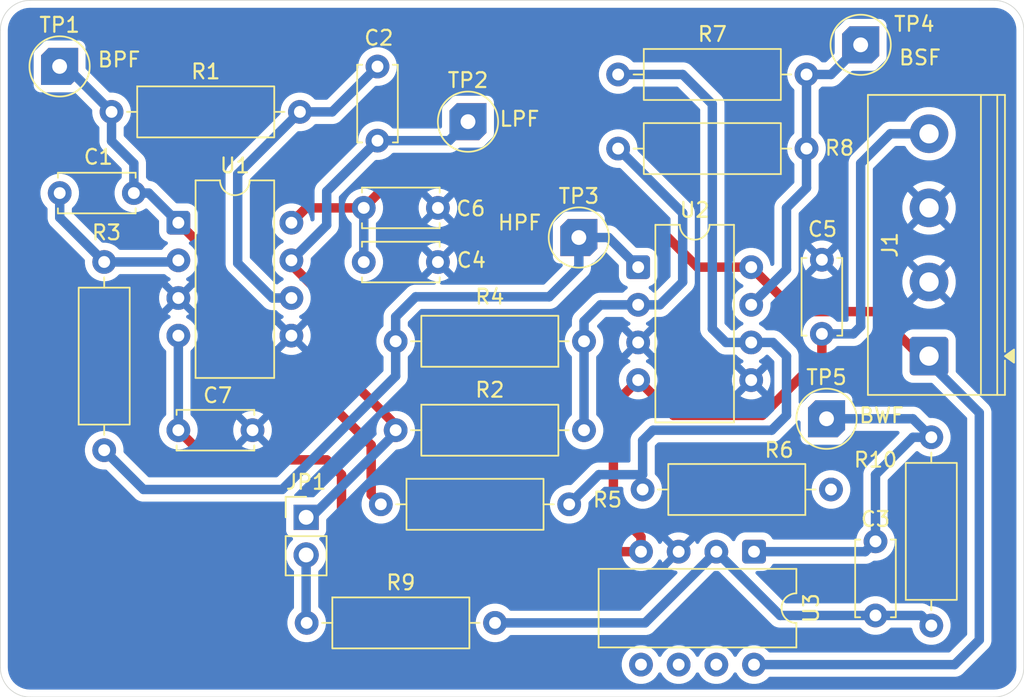
<source format=kicad_pcb>
(kicad_pcb (version 20241229) (generator "pcbnew") (generator_version "9.0")
  (layers (0 "F.Cu" signal) (2 "B.Cu" signal) (13 "F.Paste" user) (15 "B.Paste" user) (5 "F.SilkS" user "F.Silkscreen") (7 "B.SilkS" user "B.Silkscreen") (1 "F.Mask" user) (3 "B.Mask" user) (25 "Edge.Cuts" user))
  (net 0 "")
  (net 1 "Net-(U1A--)")
  (net 2 "Net-(U1B--)")
  (net 3 "Net-(U3A--)")
  (net 4 "Bout")
  (net 5 "Net-(U2A--)")
  (net 6 "Net-(U2B--)")
  (net 7 "GND")
  (net 8 "BPF")
  (net 9 "LPF")
  (net 10 "+10V")
  (net 11 "-10V")
  (net 12 "Net-(JP1-B)")
  (net 13 "HPF")
  (net 14 "BSF")
  (net 15 "Vin")
  (footprint "000_Often_Used_Footprints:TestPoint" (layer "F.Cu") (at 94.993755 54.455364)
    (property "Reference" "TP1" (hide yes))
    (property "Value" "BPF" (at 4.006245 -0.455364 0) (layer "F.SilkS"))
    (fp_circle (center 0 0) (end 0 2.032) (stroke (width 0.12)) (fill no) (layer "F.SilkS"))
    (fp_text user "${REFERENCE}" (at 0 -2.794 0) (layer "F.SilkS"))
    (pad "1" thru_hole roundrect (at 0 0) (size 2.5 2.5) (drill 1) (layers "*.Cu" "*.Mask") (roundrect_rratio 0) (chamfer_ratio 0.2) (chamfer top_left bottom_right) (net 8 "BPF"))
  )
  (footprint "Capacitor_THT:C_Disc_D5.0mm_W2.5mm_P5.00mm" (layer "F.Cu") (at 120.5 67.655642 180)
    (property "Reference" "C4" (at -2.255035 0.125605 0) (layer "F.SilkS"))
    (property "Value" "100n" (hide yes))
    (fp_line (start 5.12 1.033) (end 5.12 1.37) (stroke (width 0.12)) (layer "F.SilkS"))
    (fp_line (start 5.12 -1.37) (end 5.12 -1.033) (stroke (width 0.12)) (layer "F.SilkS"))
    (fp_line (start -0.12 1.37) (end 5.12 1.37) (stroke (width 0.12)) (layer "F.SilkS"))
    (fp_line (start -0.12 1.033) (end -0.12 1.37) (stroke (width 0.12)) (layer "F.SilkS"))
    (fp_line (start -0.12 -1.37) (end 5.12 -1.37) (stroke (width 0.12)) (layer "F.SilkS"))
    (fp_line (start -0.12 -1.37) (end -0.12 -1.033) (stroke (width 0.12)) (layer "F.SilkS"))
    (pad "1" thru_hole circle (at 0 0 180) (size 1.6 1.6) (drill 0.8) (layers "*.Cu" "*.Mask") (net 7 "GND"))
    (pad "2" thru_hole circle (at 5 0 180) (size 1.6 1.6) (drill 0.8) (layers "*.Cu" "*.Mask") (net 10 "+10V"))
  )
  (footprint "Resistor_THT:R_Axial_DIN0309_L9.0mm_D3.2mm_P12.70mm_Horizontal" (layer "F.Cu") (at 153.762648 92.176397 90)
    (property "Reference" "R10" (at 11.176397 -3.762648 180) (layer "F.SilkS"))
    (property "Value" "{Rval}" (hide yes))
    (fp_line (start 11.66 0) (end 10.97 0) (stroke (width 0.12)) (layer "F.SilkS"))
    (fp_line (start 1.04 0) (end 1.73 0) (stroke (width 0.12)) (layer "F.SilkS"))
    (fp_rect (start 1.73 -1.72) (end 10.97 1.72) (stroke (width 0.12)) (fill no) (layer "F.SilkS"))
    (pad "1" thru_hole circle (at 0 0 90) (size 1.6 1.6) (drill 0.8) (layers "*.Cu" "*.Mask") (net 3 "Net-(U3A--)"))
    (pad "2" thru_hole circle (at 12.7 0 90) (size 1.6 1.6) (drill 0.8) (layers "*.Cu" "*.Mask") (net 4 "Bout"))
  )
  (footprint "Resistor_THT:R_Axial_DIN0309_L9.0mm_D3.2mm_P12.70mm_Horizontal" (layer "F.Cu") (at 98.494752 57.523707)
    (property "Reference" "R1" (at 6.35 -2.72 0) (layer "F.SilkS"))
    (property "Value" "{Rval}" (hide yes))
    (fp_line (start 1.04 0) (end 1.73 0) (stroke (width 0.12)) (layer "F.SilkS"))
    (fp_line (start 11.66 0) (end 10.97 0) (stroke (width 0.12)) (layer "F.SilkS"))
    (fp_rect (start 1.73 -1.72) (end 10.97 1.72) (stroke (width 0.12)) (fill no) (layer "F.SilkS"))
    (pad "1" thru_hole circle (at 0 0) (size 1.6 1.6) (drill 0.8) (layers "*.Cu" "*.Mask") (net 8 "BPF"))
    (pad "2" thru_hole circle (at 12.7 0) (size 1.6 1.6) (drill 0.8) (layers "*.Cu" "*.Mask") (net 2 "Net-(U1B--)"))
  )
  (footprint "Resistor_THT:R_Axial_DIN0309_L9.0mm_D3.2mm_P12.70mm_Horizontal" (layer "F.Cu") (at 111.65 92)
    (property "Reference" "R9" (at 6.35 -2.72 0) (layer "F.SilkS"))
    (property "Value" "{Rval}" (hide yes))
    (fp_line (start 1.04 0) (end 1.73 0) (stroke (width 0.12)) (layer "F.SilkS"))
    (fp_line (start 11.66 0) (end 10.97 0) (stroke (width 0.12)) (layer "F.SilkS"))
    (fp_rect (start 1.73 -1.72) (end 10.97 1.72) (stroke (width 0.12)) (fill no) (layer "F.SilkS"))
    (pad "1" thru_hole circle (at 0 0) (size 1.6 1.6) (drill 0.8) (layers "*.Cu" "*.Mask") (net 12 "Net-(JP1-B)"))
    (pad "2" thru_hole circle (at 12.7 0) (size 1.6 1.6) (drill 0.8) (layers "*.Cu" "*.Mask") (net 3 "Net-(U3A--)"))
  )
  (footprint "Capacitor_THT:C_Disc_D5.0mm_W2.5mm_P5.00mm" (layer "F.Cu") (at 103 79)
    (property "Reference" "C7" (at 2.650101 -2.345765 0) (layer "F.SilkS"))
    (property "Value" "100n" (hide yes))
    (fp_line (start -0.12 -1.37) (end -0.12 -1.033) (stroke (width 0.12)) (layer "F.SilkS"))
    (fp_line (start -0.12 -1.37) (end 5.12 -1.37) (stroke (width 0.12)) (layer "F.SilkS"))
    (fp_line (start -0.12 1.033) (end -0.12 1.37) (stroke (width 0.12)) (layer "F.SilkS"))
    (fp_line (start -0.12 1.37) (end 5.12 1.37) (stroke (width 0.12)) (layer "F.SilkS"))
    (fp_line (start 5.12 -1.37) (end 5.12 -1.033) (stroke (width 0.12)) (layer "F.SilkS"))
    (fp_line (start 5.12 1.033) (end 5.12 1.37) (stroke (width 0.12)) (layer "F.SilkS"))
    (pad "1" thru_hole circle (at 0 0) (size 1.6 1.6) (drill 0.8) (layers "*.Cu" "*.Mask") (net 11 "-10V"))
    (pad "2" thru_hole circle (at 5 0) (size 1.6 1.6) (drill 0.8) (layers "*.Cu" "*.Mask") (net 7 "GND"))
  )
  (footprint "TerminalBlock_Phoenix:TerminalBlock_Phoenix_PT-1,5-4-5.0-H_1x04_P5.00mm_Horizontal" (layer "F.Cu") (at 153.608619 74 90)
    (property "Reference" "J1" (at 7.5 -2.6325 90) (layer "F.SilkS"))
    (property "Value" "Screw_Terminal_01x04" (hide yes))
    (fp_line (start 17.62 -4.12) (end 17.62 5.12) (stroke (width 0.12)) (layer "F.SilkS"))
    (fp_line (start -2.62 -4.12) (end 17.62 -4.12) (stroke (width 0.12)) (layer "F.SilkS"))
    (fp_line (start -2.62 -4.12) (end -2.62 5.12) (stroke (width 0.12)) (layer "F.SilkS"))
    (fp_line (start -2.62 3.5) (end 17.62 3.5) (stroke (width 0.12)) (layer "F.SilkS"))
    (fp_line (start -2.62 4.6) (end 17.62 4.6) (stroke (width 0.12)) (layer "F.SilkS"))
    (fp_line (start 0.3 5.12) (end 17.62 5.12) (stroke (width 0.12)) (layer "F.SilkS"))
    (fp_line (start -2.62 5.12) (end -0.3 5.12) (stroke (width 0.12)) (layer "F.SilkS"))
    (fp_poly (pts (xy 0 5.12) (xy 0.44 5.73) (xy -0.44 5.73)) (stroke (width 0.12)) (fill yes) (layer "F.SilkS"))
    (pad "1" thru_hole roundrect (at 0 0 90) (size 2.6 2.6) (drill 1.3) (layers "*.Cu" "*.Mask") (roundrect_rratio 0.096154) (net 10 "+10V"))
    (pad "2" thru_hole circle (at 5 0 90) (size 2.6 2.6) (drill 1.3) (layers "*.Cu" "*.Mask") (net 7 "GND"))
    (pad "3" thru_hole circle (at 10 0 90) (size 2.6 2.6) (drill 1.3) (layers "*.Cu" "*.Mask") (net 7 "GND"))
    (pad "4" thru_hole circle (at 15 0 90) (size 2.6 2.6) (drill 1.3) (layers "*.Cu" "*.Mask") (net 11 "-10V"))
  )
  (footprint "Resistor_THT:R_Axial_DIN0309_L9.0mm_D3.2mm_P12.70mm_Horizontal" (layer "F.Cu") (at 132.65 55)
    (property "Reference" "R7" (at 6.35 -2.72 0) (layer "F.SilkS"))
    (property "Value" "{Rval}" (hide yes))
    (fp_line (start 1.04 0) (end 1.73 0) (stroke (width 0.12)) (layer "F.SilkS"))
    (fp_line (start 11.66 0) (end 10.97 0) (stroke (width 0.12)) (layer "F.SilkS"))
    (fp_rect (start 1.73 -1.72) (end 10.97 1.72) (stroke (width 0.12)) (fill no) (layer "F.SilkS"))
    (pad "1" thru_hole circle (at 0 0) (size 1.6 1.6) (drill 0.8) (layers "*.Cu" "*.Mask") (net 6 "Net-(U2B--)"))
    (pad "2" thru_hole circle (at 12.7 0) (size 1.6 1.6) (drill 0.8) (layers "*.Cu" "*.Mask") (net 14 "BSF"))
  )
  (footprint "Capacitor_THT:C_Disc_D5.0mm_W2.5mm_P5.00mm" (layer "F.Cu") (at 116.425807 54.464112 -90)
    (property "Reference" "C2" (at -1.932051 -0.089717 180) (layer "F.SilkS"))
    (property "Value" "{Cval}" (hide yes))
    (fp_line (start -0.12 1.37) (end 5.12 1.37) (stroke (width 0.12)) (layer "F.SilkS"))
    (fp_line (start -0.12 1.033) (end -0.12 1.37) (stroke (width 0.12)) (layer "F.SilkS"))
    (fp_line (start 5.12 1.033) (end 5.12 1.37) (stroke (width 0.12)) (layer "F.SilkS"))
    (fp_line (start -0.12 -1.37) (end -0.12 -1.033) (stroke (width 0.12)) (layer "F.SilkS"))
    (fp_line (start -0.12 -1.37) (end 5.12 -1.37) (stroke (width 0.12)) (layer "F.SilkS"))
    (fp_line (start 5.12 -1.37) (end 5.12 -1.033) (stroke (width 0.12)) (layer "F.SilkS"))
    (pad "1" thru_hole circle (at 0 0 270) (size 1.6 1.6) (drill 0.8) (layers "*.Cu" "*.Mask") (net 2 "Net-(U1B--)"))
    (pad "2" thru_hole circle (at 5 0 270) (size 1.6 1.6) (drill 0.8) (layers "*.Cu" "*.Mask") (net 9 "LPF"))
  )
  (footprint "Resistor_THT:R_Axial_DIN0309_L9.0mm_D3.2mm_P12.70mm_Horizontal" (layer "F.Cu") (at 116.65 84)
    (property "Reference" "R5" (at 15.278225 -0.30504 0) (layer "F.SilkS"))
    (property "Value" "{Rval}" (hide yes))
    (fp_line (start 1.04 0) (end 1.73 0) (stroke (width 0.12)) (layer "F.SilkS"))
    (fp_line (start 11.66 0) (end 10.97 0) (stroke (width 0.12)) (layer "F.SilkS"))
    (fp_rect (start 1.73 -1.72) (end 10.97 1.72) (stroke (width 0.12)) (fill no) (layer "F.SilkS"))
    (pad "1" thru_hole circle (at 0 0) (size 1.6 1.6) (drill 0.8) (layers "*.Cu" "*.Mask") (net 8 "BPF"))
    (pad "2" thru_hole circle (at 12.7 0) (size 1.6 1.6) (drill 0.8) (layers "*.Cu" "*.Mask") (net 6 "Net-(U2B--)"))
  )
  (footprint "Capacitor_THT:C_Disc_D5.0mm_W2.5mm_P5.00mm" (layer "F.Cu") (at 146.385082 72.5 90)
    (property "Reference" "C5" (at 7.062142 0.040373 180) (layer "F.SilkS"))
    (property "Value" "100n" (hide yes))
    (fp_line (start 5.12 -1.37) (end 5.12 -1.033) (stroke (width 0.12)) (layer "F.SilkS"))
    (fp_line (start -0.12 -1.37) (end 5.12 -1.37) (stroke (width 0.12)) (layer "F.SilkS"))
    (fp_line (start -0.12 -1.37) (end -0.12 -1.033) (stroke (width 0.12)) (layer "F.SilkS"))
    (fp_line (start 5.12 1.033) (end 5.12 1.37) (stroke (width 0.12)) (layer "F.SilkS"))
    (fp_line (start -0.12 1.033) (end -0.12 1.37) (stroke (width 0.12)) (layer "F.SilkS"))
    (fp_line (start -0.12 1.37) (end 5.12 1.37) (stroke (width 0.12)) (layer "F.SilkS"))
    (pad "1" thru_hole circle (at 0 0 90) (size 1.6 1.6) (drill 0.8) (layers "*.Cu" "*.Mask") (net 11 "-10V"))
    (pad "2" thru_hole circle (at 5 0 90) (size 1.6 1.6) (drill 0.8) (layers "*.Cu" "*.Mask") (net 7 "GND"))
  )
  (footprint "000_Often_Used_Footprints:TestPoint" (layer "F.Cu") (at 130 66)
    (property "Reference" "TP3" (hide yes))
    (property "Value" "HPF" (at -4 -1 0) (layer "F.SilkS"))
    (fp_circle (center 0 0) (end 0 2.032) (stroke (width 0.12)) (fill no) (layer "F.SilkS"))
    (fp_text user "${REFERENCE}" (at 0 -2.794 0) (layer "F.SilkS"))
    (pad "1" thru_hole roundrect (at 0 0) (size 2.5 2.5) (drill 1) (layers "*.Cu" "*.Mask") (roundrect_rratio 0) (chamfer_ratio 0.2) (chamfer top_left bottom_right) (net 13 "HPF"))
  )
  (footprint "Package_DIP:CERDIP-8_W7.62mm_SideBrazed" (layer "F.Cu") (at 141.81 87.195 -90)
    (property "Reference" "U3" (at 3.81 -3.855 90) (layer "F.SilkS"))
    (property "Value" "TL082")
    (fp_line (start 1.16 10.475) (end 6.46 10.475) (stroke (width 0.12)) (layer "F.SilkS"))
    (fp_line (start 6.46 10.475) (end 6.46 -2.855) (stroke (width 0.12)) (layer "F.SilkS"))
    (fp_line (start 1.16 -2.855) (end 1.16 10.475) (stroke (width 0.12)) (layer "F.SilkS"))
    (fp_line (start 2.81 -2.855) (end 1.16 -2.855) (stroke (width 0.12)) (layer "F.SilkS"))
    (fp_line (start 6.46 -2.855) (end 4.81 -2.855) (stroke (width 0.12)) (layer "F.SilkS"))
    (fp_arc (start 4.81 -2.855) (mid 3.81 -1.855) (end 2.81 -2.855) (stroke (width 0.12)) (layer "F.SilkS"))
    (pad "1" thru_hole roundrect (at 0 0 270) (size 1.6 1.6) (drill 0.8) (layers "*.Cu" "*.Mask") (roundrect_rratio 0.15625) (net 4 "Bout"))
    (pad "2" thru_hole circle (at 0 2.54 270) (size 1.6 1.6) (drill 0.8) (layers "*.Cu" "*.Mask") (net 3 "Net-(U3A--)"))
    (pad "3" thru_hole circle (at 0 5.08 270) (size 1.6 1.6) (drill 0.8) (layers "*.Cu" "*.Mask") (net 7 "GND"))
    (pad "4" thru_hole circle (at 0 7.62 270) (size 1.6 1.6) (drill 0.8) (layers "*.Cu" "*.Mask") (net 11 "-10V"))
    (pad "5" thru_hole circle (at 7.62 7.62 270) (size 1.6 1.6) (drill 0.8) (layers "*.Cu" "*.Mask"))
    (pad "6" thru_hole circle (at 7.62 5.08 270) (size 1.6 1.6) (drill 0.8) (layers "*.Cu" "*.Mask"))
    (pad "7" thru_hole circle (at 7.62 2.54 270) (size 1.6 1.6) (drill 0.8) (layers "*.Cu" "*.Mask"))
    (pad "8" thru_hole circle (at 7.62 0 270) (size 1.6 1.6) (drill 0.8) (layers "*.Cu" "*.Mask") (net 10 "+10V"))
  )
  (footprint "Capacitor_THT:C_Disc_D5.0mm_W2.5mm_P5.00mm" (layer "F.Cu") (at 95 63)
    (property "Reference" "C1" (at 2.604539 -2.434865 0) (layer "F.SilkS"))
    (property "Value" "{Cval}" (hide yes))
    (fp_line (start -0.12 -1.37) (end -0.12 -1.033) (stroke (width 0.12)) (layer "F.SilkS"))
    (fp_line (start -0.12 -1.37) (end 5.12 -1.37) (stroke (width 0.12)) (layer "F.SilkS"))
    (fp_line (start -0.12 1.033) (end -0.12 1.37) (stroke (width 0.12)) (layer "F.SilkS"))
    (fp_line (start -0.12 1.37) (end 5.12 1.37) (stroke (width 0.12)) (layer "F.SilkS"))
    (fp_line (start 5.12 -1.37) (end 5.12 -1.033) (stroke (width 0.12)) (layer "F.SilkS"))
    (fp_line (start 5.12 1.033) (end 5.12 1.37) (stroke (width 0.12)) (layer "F.SilkS"))
    (pad "1" thru_hole circle (at 0 0) (size 1.6 1.6) (drill 0.8) (layers "*.Cu" "*.Mask") (net 1 "Net-(U1A--)"))
    (pad "2" thru_hole circle (at 5 0) (size 1.6 1.6) (drill 0.8) (layers "*.Cu" "*.Mask") (net 8 "BPF"))
  )
  (footprint "Capacitor_THT:C_Disc_D5.0mm_W2.5mm_P5.00mm" (layer "F.Cu") (at 120.5 64 180)
    (property "Reference" "C6" (at -2.213298 -0.048993 0) (layer "F.SilkS"))
    (property "Value" "100n" (hide yes))
    (fp_line (start 5.12 1.033) (end 5.12 1.37) (stroke (width 0.12)) (layer "F.SilkS"))
    (fp_line (start 5.12 -1.37) (end 5.12 -1.033) (stroke (width 0.12)) (layer "F.SilkS"))
    (fp_line (start -0.12 1.37) (end 5.12 1.37) (stroke (width 0.12)) (layer "F.SilkS"))
    (fp_line (start -0.12 1.033) (end -0.12 1.37) (stroke (width 0.12)) (layer "F.SilkS"))
    (fp_line (start -0.12 -1.37) (end 5.12 -1.37) (stroke (width 0.12)) (layer "F.SilkS"))
    (fp_line (start -0.12 -1.37) (end -0.12 -1.033) (stroke (width 0.12)) (layer "F.SilkS"))
    (pad "1" thru_hole circle (at 0 0 180) (size 1.6 1.6) (drill 0.8) (layers "*.Cu" "*.Mask") (net 7 "GND"))
    (pad "2" thru_hole circle (at 5 0 180) (size 1.6 1.6) (drill 0.8) (layers "*.Cu" "*.Mask") (net 10 "+10V"))
  )
  (footprint "000_Often_Used_Footprints:TestPoint" (layer "F.Cu") (at 146.698648 78.227937)
    (property "Reference" "TP5" (hide yes))
    (property "Value" "BWF" (at 3.710243 -0.227937 0) (layer "F.SilkS"))
    (fp_circle (center 0 0) (end 0 2.032) (stroke (width 0.12)) (fill no) (layer "F.SilkS"))
    (fp_text user "${REFERENCE}" (at 0 -2.794 0) (layer "F.SilkS"))
    (pad "1" thru_hole roundrect (at 0 0) (size 2.5 2.5) (drill 1) (layers "*.Cu" "*.Mask") (roundrect_rratio 0) (chamfer_ratio 0.2) (chamfer top_left bottom_right) (net 4 "Bout"))
  )
  (footprint "Resistor_THT:R_Axial_DIN0309_L9.0mm_D3.2mm_P12.70mm_Horizontal" (layer "F.Cu") (at 145.35 60 180)
    (property "Reference" "R8" (at -2.220511 0.040373 0) (layer "F.SilkS"))
    (property "Value" "{Rval}" (hide yes))
    (fp_line (start 11.66 0) (end 10.97 0) (stroke (width 0.12)) (layer "F.SilkS"))
    (fp_line (start 1.04 0) (end 1.73 0) (stroke (width 0.12)) (layer "F.SilkS"))
    (fp_rect (start 1.73 -1.72) (end 10.97 1.72) (stroke (width 0.12)) (fill no) (layer "F.SilkS"))
    (pad "1" thru_hole circle (at 0 0 180) (size 1.6 1.6) (drill 0.8) (layers "*.Cu" "*.Mask") (net 14 "BSF"))
    (pad "2" thru_hole circle (at 12.7 0 180) (size 1.6 1.6) (drill 0.8) (layers "*.Cu" "*.Mask") (net 5 "Net-(U2A--)"))
  )
  (footprint "Package_DIP:CERDIP-8_W7.62mm_SideBrazed" (layer "F.Cu") (at 134 68)
    (property "Reference" "U2" (at 3.81 -3.855 0) (layer "F.SilkS"))
    (property "Value" "TL082")
    (fp_line (start 1.16 -2.855) (end 1.16 10.475) (stroke (width 0.12)) (layer "F.SilkS"))
    (fp_line (start 1.16 10.475) (end 6.46 10.475) (stroke (width 0.12)) (layer "F.SilkS"))
    (fp_line (start 2.81 -2.855) (end 1.16 -2.855) (stroke (width 0.12)) (layer "F.SilkS"))
    (fp_line (start 6.46 -2.855) (end 4.81 -2.855) (stroke (width 0.12)) (layer "F.SilkS"))
    (fp_line (start 6.46 10.475) (end 6.46 -2.855) (stroke (width 0.12)) (layer "F.SilkS"))
    (fp_arc (start 4.81 -2.855) (mid 3.81 -1.855) (end 2.81 -2.855) (stroke (width 0.12)) (layer "F.SilkS"))
    (pad "1" thru_hole roundrect (at 0 0) (size 1.6 1.6) (drill 0.8) (layers "*.Cu" "*.Mask") (roundrect_rratio 0.15625) (net 13 "HPF"))
    (pad "2" thru_hole circle (at 0 2.54) (size 1.6 1.6) (drill 0.8) (layers "*.Cu" "*.Mask") (net 5 "Net-(U2A--)"))
    (pad "3" thru_hole circle (at 0 5.08) (size 1.6 1.6) (drill 0.8) (layers "*.Cu" "*.Mask") (net 7 "GND"))
    (pad "4" thru_hole circle (at 0 7.62) (size 1.6 1.6) (drill 0.8) (layers "*.Cu" "*.Mask") (net 11 "-10V"))
    (pad "5" thru_hole circle (at 7.62 7.62) (size 1.6 1.6) (drill 0.8) (layers "*.Cu" "*.Mask") (net 7 "GND"))
    (pad "6" thru_hole circle (at 7.62 5.08) (size 1.6 1.6) (drill 0.8) (layers "*.Cu" "*.Mask") (net 6 "Net-(U2B--)"))
    (pad "7" thru_hole circle (at 7.62 2.54) (size 1.6 1.6) (drill 0.8) (layers "*.Cu" "*.Mask") (net 14 "BSF"))
    (pad "8" thru_hole circle (at 7.62 0) (size 1.6 1.6) (drill 0.8) (layers "*.Cu" "*.Mask") (net 10 "+10V"))
  )
  (footprint "Package_DIP:CERDIP-8_W7.62mm_SideBrazed" (layer "F.Cu") (at 103 65)
    (property "Reference" "U1" (at 3.81 -3.855 0) (layer "F.SilkS"))
    (property "Value" "TL082")
    (fp_line (start 1.16 -2.855) (end 1.16 10.475) (stroke (width 0.12)) (layer "F.SilkS"))
    (fp_line (start 1.16 10.475) (end 6.46 10.475) (stroke (width 0.12)) (layer "F.SilkS"))
    (fp_line (start 2.81 -2.855) (end 1.16 -2.855) (stroke (width 0.12)) (layer "F.SilkS"))
    (fp_line (start 6.46 -2.855) (end 4.81 -2.855) (stroke (width 0.12)) (layer "F.SilkS"))
    (fp_line (start 6.46 10.475) (end 6.46 -2.855) (stroke (width 0.12)) (layer "F.SilkS"))
    (fp_arc (start 4.81 -2.855) (mid 3.81 -1.855) (end 2.81 -2.855) (stroke (width 0.12)) (layer "F.SilkS"))
    (pad "1" thru_hole roundrect (at 0 0) (size 1.6 1.6) (drill 0.8) (layers "*.Cu" "*.Mask") (roundrect_rratio 0.15625) (net 8 "BPF"))
    (pad "2" thru_hole circle (at 0 2.54) (size 1.6 1.6) (drill 0.8) (layers "*.Cu" "*.Mask") (net 1 "Net-(U1A--)"))
    (pad "3" thru_hole circle (at 0 5.08) (size 1.6 1.6) (drill 0.8) (layers "*.Cu" "*.Mask") (net 7 "GND"))
    (pad "4" thru_hole circle (at 0 7.62) (size 1.6 1.6) (drill 0.8) (layers "*.Cu" "*.Mask") (net 11 "-10V"))
    (pad "5" thru_hole circle (at 7.62 7.62) (size 1.6 1.6) (drill 0.8) (layers "*.Cu" "*.Mask") (net 7 "GND"))
    (pad "6" thru_hole circle (at 7.62 5.08) (size 1.6 1.6) (drill 0.8) (layers "*.Cu" "*.Mask") (net 2 "Net-(U1B--)"))
    (pad "7" thru_hole circle (at 7.62 2.54) (size 1.6 1.6) (drill 0.8) (layers "*.Cu" "*.Mask") (net 9 "LPF"))
    (pad "8" thru_hole circle (at 7.62 0) (size 1.6 1.6) (drill 0.8) (layers "*.Cu" "*.Mask") (net 10 "+10V"))
  )
  (footprint "Connector_PinHeader_2.54mm:PinHeader_1x02_P2.54mm_Vertical" (layer "F.Cu") (at 111.61466 84.876259)
    (property "Reference" "JP1" (at 0 -2.38 0) (layer "F.SilkS"))
    (property "Value" "r=10" (hide yes))
    (fp_line (start -1.38 -1.38) (end 0 -1.38) (stroke (width 0.12)) (layer "F.SilkS"))
    (fp_line (start -1.38 0) (end -1.38 -1.38) (stroke (width 0.12)) (layer "F.SilkS"))
    (fp_line (start -1.38 1.27) (end -1.38 3.92) (stroke (width 0.12)) (layer "F.SilkS"))
    (fp_line (start -1.38 1.27) (end 1.38 1.27) (stroke (width 0.12)) (layer "F.SilkS"))
    (fp_line (start -1.38 3.92) (end 1.38 3.92) (stroke (width 0.12)) (layer "F.SilkS"))
    (fp_line (start 1.38 1.27) (end 1.38 3.92) (stroke (width 0.12)) (layer "F.SilkS"))
    (pad "1" thru_hole rect (at 0 0) (size 1.7 1.7) (drill 1) (layers "*.Cu" "*.Mask") (net 9 "LPF"))
    (pad "2" thru_hole circle (at 0 2.54) (size 1.7 1.7) (drill 1) (layers "*.Cu" "*.Mask") (net 12 "Net-(JP1-B)"))
  )
  (footprint "Resistor_THT:R_Axial_DIN0309_L9.0mm_D3.2mm_P12.70mm_Horizontal" (layer "F.Cu") (at 130.35 73 180)
    (property "Reference" "R4" (at 6.35 3 0) (layer "F.SilkS"))
    (property "Value" "{Rval}" (hide yes))
    (fp_line (start 11.66 0) (end 10.97 0) (stroke (width 0.12)) (layer "F.SilkS"))
    (fp_line (start 1.04 0) (end 1.73 0) (stroke (width 0.12)) (layer "F.SilkS"))
    (fp_rect (start 1.73 -1.72) (end 10.97 1.72) (stroke (width 0.12)) (fill no) (layer "F.SilkS"))
    (pad "1" thru_hole circle (at 0 0 180) (size 1.6 1.6) (drill 0.8) (layers "*.Cu" "*.Mask") (net 5 "Net-(U2A--)"))
    (pad "2" thru_hole circle (at 12.7 0 180) (size 1.6 1.6) (drill 0.8) (layers "*.Cu" "*.Mask") (net 13 "HPF"))
  )
  (footprint "Resistor_THT:R_Axial_DIN0309_L9.0mm_D3.2mm_P12.70mm_Horizontal" (layer "F.Cu") (at 117.65 79)
    (property "Reference" "R2" (at 6.35 -2.72 0) (layer "F.SilkS"))
    (property "Value" "{Rval}" (hide yes))
    (fp_line (start 1.04 0) (end 1.73 0) (stroke (width 0.12)) (layer "F.SilkS"))
    (fp_line (start 11.66 0) (end 10.97 0) (stroke (width 0.12)) (layer "F.SilkS"))
    (fp_rect (start 1.73 -1.72) (end 10.97 1.72) (stroke (width 0.12)) (fill no) (layer "F.SilkS"))
    (pad "1" thru_hole circle (at 0 0) (size 1.6 1.6) (drill 0.8) (layers "*.Cu" "*.Mask") (net 9 "LPF"))
    (pad "2" thru_hole circle (at 12.7 0) (size 1.6 1.6) (drill 0.8) (layers "*.Cu" "*.Mask") (net 5 "Net-(U2A--)"))
  )
  (footprint "000_Often_Used_Footprints:TestPoint" (layer "F.Cu") (at 149 53)
    (property "Reference" "TP4" (hide yes))
    (property "Value" "BSF" (at 4 0.861056 0) (layer "F.SilkS"))
    (fp_circle (center 0 0) (end 0 2.032) (stroke (width 0.12)) (fill no) (layer "F.SilkS"))
    (fp_text user "${REFERENCE}" (at 3.616431 -1.402289 0) (layer "F.SilkS"))
    (pad "1" thru_hole roundrect (at 0 0) (size 2.5 2.5) (drill 1) (layers "*.Cu" "*.Mask") (roundrect_rratio 0) (chamfer_ratio 0.2) (chamfer top_left bottom_right) (net 14 "BSF"))
  )
  (footprint "Resistor_THT:R_Axial_DIN0309_L9.0mm_D3.2mm_P12.70mm_Horizontal" (layer "F.Cu") (at 98 80.35 90)
    (property "Reference" "R3" (at 14.68609 0.153223 180) (layer "F.SilkS"))
    (property "Value" "{Rval}" (hide yes))
    (fp_line (start 11.66 0) (end 10.97 0) (stroke (width 0.12)) (layer "F.SilkS"))
    (fp_line (start 1.04 0) (end 1.73 0) (stroke (width 0.12)) (layer "F.SilkS"))
    (fp_rect (start 1.73 -1.72) (end 10.97 1.72) (stroke (width 0.12)) (fill no) (layer "F.SilkS"))
    (pad "1" thru_hole circle (at 0 0 90) (size 1.6 1.6) (drill 0.8) (layers "*.Cu" "*.Mask") (net 13 "HPF"))
    (pad "2" thru_hole circle (at 12.7 0 90) (size 1.6 1.6) (drill 0.8) (layers "*.Cu" "*.Mask") (net 1 "Net-(U1A--)"))
  )
  (footprint "Resistor_THT:R_Axial_DIN0309_L9.0mm_D3.2mm_P12.70mm_Horizontal" (layer "F.Cu") (at 147 83 180)
    (property "Reference" "R6" (at 3.498452 2.660607 0) (layer "F.SilkS"))
    (property "Value" "{Rval}" (hide yes))
    (fp_line (start 11.66 0) (end 10.97 0) (stroke (width 0.12)) (layer "F.SilkS"))
    (fp_line (start 1.04 0) (end 1.73 0) (stroke (width 0.12)) (layer "F.SilkS"))
    (fp_rect (start 1.73 -1.72) (end 10.97 1.72) (stroke (width 0.12)) (fill no) (layer "F.SilkS"))
    (pad "1" thru_hole circle (at 0 0 180) (size 1.6 1.6) (drill 0.8) (layers "*.Cu" "*.Mask") (net 15 "Vin"))
    (pad "2" thru_hole circle (at 12.7 0 180) (size 1.6 1.6) (drill 0.8) (layers "*.Cu" "*.Mask") (net 6 "Net-(U2B--)"))
  )
  (footprint "Capacitor_THT:C_Disc_D5.0mm_W2.5mm_P5.00mm" (layer "F.Cu") (at 150 86.5 -90)
    (property "Reference" "C3" (at -1.5 0 180) (layer "F.SilkS"))
    (property "Value" "{Cval}" (hide yes))
    (fp_line (start -0.12 1.37) (end 5.12 1.37) (stroke (width 0.12)) (layer "F.SilkS"))
    (fp_line (start -0.12 1.033) (end -0.12 1.37) (stroke (width 0.12)) (layer "F.SilkS"))
    (fp_line (start 5.12 1.033) (end 5.12 1.37) (stroke (width 0.12)) (layer "F.SilkS"))
    (fp_line (start -0.12 -1.37) (end -0.12 -1.033) (stroke (width 0.12)) (layer "F.SilkS"))
    (fp_line (start -0.12 -1.37) (end 5.12 -1.37) (stroke (width 0.12)) (layer "F.SilkS"))
    (fp_line (start 5.12 -1.37) (end 5.12 -1.033) (stroke (width 0.12)) (layer "F.SilkS"))
    (pad "1" thru_hole circle (at 0 0 270) (size 1.6 1.6) (drill 0.8) (layers "*.Cu" "*.Mask") (net 4 "Bout"))
    (pad "2" thru_hole circle (at 5 0 270) (size 1.6 1.6) (drill 0.8) (layers "*.Cu" "*.Mask") (net 3 "Net-(U3A--)"))
  )
  (footprint "000_Often_Used_Footprints:TestPoint" (layer "F.Cu") (at 122.526606 58.184272)
    (property "Reference" "TP2" (hide yes))
    (property "Value" "LPF" (at 3.473394 -0.184272 0) (layer "F.SilkS"))
    (fp_circle (center 0 0) (end 0 2.032) (stroke (width 0.12)) (fill no) (layer "F.SilkS"))
    (fp_text user "${REFERENCE}" (at 0 -2.794 0) (layer "F.SilkS"))
    (pad "1" thru_hole roundrect (at 0 0) (size 2.5 2.5) (drill 1) (layers "*.Cu" "*.Mask") (roundrect_rratio 0) (chamfer_ratio 0.2) (chamfer top_left bottom_right) (net 9 "LPF"))
  )
  (gr_line (start 93 50) (end 157 50) (stroke (width 0.05)) (layer "Edge.Cuts"))
  (gr_line (start 157 50) (end 158 50) (stroke (width 0.05)) (layer "Edge.Cuts"))
  (gr_line (start 91 52) (end 91 95) (stroke (width 0.05)) (layer "Edge.Cuts"))
  (gr_arc (start 93 97) (mid 91.585786 96.414214) (end 91 95) (stroke (width 0.05)) (layer "Edge.Cuts"))
  (gr_arc (start 158 50) (mid 159.414214 50.585786) (end 160 52) (stroke (width 0.05)) (layer "Edge.Cuts"))
  (gr_line (start 93 97) (end 158 97) (stroke (width 0.05)) (layer "Edge.Cuts"))
  (gr_line (start 160 52) (end 160 95) (stroke (width 0.05)) (layer "Edge.Cuts"))
  (gr_arc (start 160 95) (mid 159.414214 96.414214) (end 158 97) (stroke (width 0.05)) (layer "Edge.Cuts"))
  (gr_arc (start 91 52) (mid 91.585786 50.585786) (end 93 50) (stroke (width 0.05)) (layer "Edge.Cuts"))
  (segment (start 102.89 67.65) (end 103 67.54) (width 0.635) (layer "B.Cu") (net 1))
  (segment (start 98 67.65) (end 102.89 67.65) (width 0.635) (layer "B.Cu") (net 1))
  (segment (start 95 64.65) (end 98 67.65) (width 0.635) (layer "B.Cu") (net 1))
  (segment (start 95 63) (end 95 64.65) (width 0.635) (layer "B.Cu") (net 1))
  (segment (start 107 67.73) (end 109.35 70.08) (width 0.635) (layer "B.Cu") (net 2))
  (segment (start 113.366212 57.523707) (end 116.425807 54.464112) (width 0.635) (layer "B.Cu") (net 2))
  (segment (start 111.194752 57.523707) (end 107 61.718459) (width 0.635) (layer "B.Cu") (net 2))
  (segment (start 107 61.718459) (end 107 67.73) (width 0.635) (layer "B.Cu") (net 2))
  (segment (start 109.35 70.08) (end 110.62 70.08) (width 0.635) (layer "B.Cu") (net 2))
  (segment (start 111.194752 57.523707) (end 113.366212 57.523707) (width 0.635) (layer "B.Cu") (net 2))
  (segment (start 139.27 87.195) (end 134.465 92) (width 0.635) (layer "B.Cu") (net 3))
  (segment (start 134.465 92) (end 124.35 92) (width 0.635) (layer "B.Cu") (net 3))
  (segment (start 153.086251 91.5) (end 153.762648 92.176397) (width 0.635) (layer "B.Cu") (net 3))
  (segment (start 139.27 87.195) (end 143.575 91.5) (width 0.635) (layer "B.Cu") (net 3))
  (segment (start 150 91.5) (end 153.086251 91.5) (width 0.635) (layer "B.Cu") (net 3))
  (segment (start 143.575 91.5) (end 150 91.5) (width 0.635) (layer "B.Cu") (net 3))
  (segment (start 146.698648 78.698648) (end 146.698648 78.227937) (width 0.635) (layer "B.Cu") (net 4))
  (segment (start 149.305 87.195) (end 150 86.5) (width 0.635) (layer "B.Cu") (net 4))
  (segment (start 141.81 87.195) (end 149.305 87.195) (width 0.635) (layer "B.Cu") (net 4))
  (segment (start 152.514188 78.227937) (end 153.762648 79.476397) (width 0.635) (layer "B.Cu") (net 4))
  (segment (start 150 82) (end 152.523603 79.476397) (width 0.635) (layer "B.Cu") (net 4))
  (segment (start 150 86.5) (end 150 82) (width 0.635) (layer "B.Cu") (net 4))
  (segment (start 146.698648 78.227937) (end 152.514188 78.227937) (width 0.635) (layer "B.Cu") (net 4))
  (segment (start 152.523603 79.476397) (end 153.762648 79.476397) (width 0.635) (layer "B.Cu") (net 4))
  (segment (start 137 64.35) (end 137 69) (width 0.635) (layer "B.Cu") (net 5))
  (segment (start 137 69) (end 135.46 70.54) (width 0.635) (layer "B.Cu") (net 5))
  (segment (start 131.46 70.54) (end 130.35 71.65) (width 0.635) (layer "B.Cu") (net 5))
  (segment (start 130.35 71.65) (end 130.35 73) (width 0.635) (layer "B.Cu") (net 5))
  (segment (start 132.65 60) (end 137 64.35) (width 0.635) (layer "B.Cu") (net 5))
  (segment (start 135.46 70.54) (end 134 70.54) (width 0.635) (layer "B.Cu") (net 5))
  (segment (start 130.35 73) (end 130.35 79) (width 0.635) (layer "B.Cu") (net 5))
  (segment (start 134 70.54) (end 131.46 70.54) (width 0.635) (layer "B.Cu") (net 5))
  (segment (start 144 78) (end 143 79) (width 0.635) (layer "B.Cu") (net 6))
  (segment (start 131.35 82) (end 129.35 84) (width 0.635) (layer "B.Cu") (net 6))
  (segment (start 139 57) (end 137 55) (width 0.635) (layer "B.Cu") (net 6))
  (segment (start 139 72.16) (end 139 57) (width 0.635) (layer "B.Cu") (net 6))
  (segment (start 137 55) (end 132.65 55) (width 0.635) (layer "B.Cu") (net 6))
  (segment (start 134.3 79.7) (end 134.3 82) (width 0.635) (layer "B.Cu") (net 6))
  (segment (start 139.92 73.08) (end 141.62 73.08) (width 0.635) (layer "B.Cu") (net 6))
  (segment (start 143.08 73.08) (end 144 74) (width 0.635) (layer "B.Cu") (net 6))
  (segment (start 139.92 73.08) (end 139 72.16) (width 0.635) (layer "B.Cu") (net 6))
  (segment (start 143 79) (end 135 79) (width 0.635) (layer "B.Cu") (net 6))
  (segment (start 141.62 73.08) (end 143.08 73.08) (width 0.635) (layer "B.Cu") (net 6))
  (segment (start 134.3 82) (end 131.35 82) (width 0.635) (layer "B.Cu") (net 6))
  (segment (start 144 74) (end 144 78) (width 0.635) (layer "B.Cu") (net 6))
  (segment (start 135 79) (end 134.3 79.7) (width 0.635) (layer "B.Cu") (net 6))
  (segment (start 103 65) (end 105 67) (width 0.635) (layer "F.Cu") (net 8))
  (segment (start 105 67) (end 105 73) (width 0.635) (layer "F.Cu") (net 8))
  (segment (start 105 73) (end 109 77) (width 0.635) (layer "F.Cu") (net 8))
  (segment (start 109 77) (end 113 77) (width 0.635) (layer "F.Cu") (net 8))
  (segment (start 113 77) (end 116 80) (width 0.635) (layer "F.Cu") (net 8))
  (segment (start 116 83.35) (end 116.65 84) (width 0.635) (layer "F.Cu") (net 8))
  (segment (start 116 80) (end 116 83.35) (width 0.635) (layer "F.Cu") (net 8))
  (segment (start 95.426409 54.455364) (end 98.494752 57.523707) (width 0.635) (layer "B.Cu") (net 8))
  (segment (start 100 61) (end 100 63) (width 0.635) (layer "B.Cu") (net 8))
  (segment (start 98.494752 59.494752) (end 100 61) (width 0.635) (layer "B.Cu") (net 8))
  (segment (start 100 63) (end 101 63) (width 0.635) (layer "B.Cu") (net 8))
  (segment (start 101 63) (end 103 65) (width 0.635) (layer "B.Cu") (net 8))
  (segment (start 94.993755 54.455364) (end 95.426409 54.455364) (width 0.635) (layer "B.Cu") (net 8))
  (segment (start 98.494752 57.523707) (end 98.494752 59.494752) (width 0.635) (layer "B.Cu") (net 8))
  (segment (start 117.65 78.65) (end 117.65 79) (width 0.635) (layer "F.Cu") (net 9))
  (segment (start 110.62 67.834641) (end 114 71.214641) (width 0.635) (layer "F.Cu") (net 9))
  (segment (start 114 71.214641) (end 114 75) (width 0.635) (layer "F.Cu") (net 9))
  (segment (start 110.62 67.54) (end 110.62 67.834641) (width 0.635) (layer "F.Cu") (net 9))
  (segment (start 114 75) (end 117.65 78.65) (width 0.635) (layer "F.Cu") (net 9))
  (segment (start 113 65.16) (end 110.62 67.54) (width 0.635) (layer "B.Cu") (net 9))
  (segment (start 116.425807 59.464112) (end 113 62.889919) (width 0.635) (layer "B.Cu") (net 9))
  (segment (start 113 62.889919) (end 113 65.16) (width 0.635) (layer "B.Cu") (net 9))
  (segment (start 111.61466 84.876259) (end 111.948741 84.876259) (width 0.635) (layer "B.Cu") (net 9))
  (segment (start 121.246766 59.464112) (end 122.526606 58.184272) (width 0.635) (layer "B.Cu") (net 9))
  (segment (start 116.425807 59.464112) (end 121.246766 59.464112) (width 0.635) (layer "B.Cu") (net 9))
  (segment (start 117.65 79.175) (end 117.65 79) (width 0.635) (layer "B.Cu") (net 9))
  (segment (start 111.948741 84.876259) (end 117.65 79.175) (width 0.635) (layer "B.Cu") (net 9))
  (segment (start 141.62 68) (end 144.62 71) (width 0.635) (layer "F.Cu") (net 10))
  (segment (start 144.62 71) (end 150 71) (width 0.635) (layer "F.Cu") (net 10))
  (segment (start 132 62) (end 138 68) (width 0.635) (layer "F.Cu") (net 10))
  (segment (start 117.5 62) (end 115.5 64) (width 0.635) (layer "F.Cu") (net 10))
  (segment (start 115.5 64) (end 111.62 64) (width 0.635) (layer "F.Cu") (net 10))
  (segment (start 153 74) (end 153.608619 74) (width 0.635) (layer "F.Cu") (net 10))
  (segment (start 132 62) (end 117.5 62) (width 0.635) (layer "F.Cu") (net 10))
  (segment (start 150 71) (end 153 74) (width 0.635) (layer "F.Cu") (net 10))
  (segment (start 111.62 64) (end 110.62 65) (width 0.635) (layer "F.Cu") (net 10))
  (segment (start 138 68) (end 141.62 68) (width 0.635) (layer "F.Cu") (net 10))
  (segment (start 153.434476 74.434476) (end 153.608619 74.434476) (width 0.635) (layer "F.Cu") (net 10))
  (segment (start 155.332144 94.815) (end 157 93.147144) (width 0.635) (layer "B.Cu") (net 10))
  (segment (start 141.81 94.815) (end 155.332144 94.815) (width 0.635) (layer "B.Cu") (net 10))
  (segment (start 157 93.147144) (end 157 77.825857) (width 0.635) (layer "B.Cu") (net 10))
  (segment (start 153.608619 74) (end 153.608619 74.434476) (width 0.635) (layer "B.Cu") (net 10))
  (segment (start 115.5 64) (end 115.5 67.655642) (width 0.635) (layer "B.Cu") (net 10))
  (segment (start 153.608619 74.434476) (end 157 77.825857) (width 0.635) (layer "B.Cu") (net 10))
  (segment (start 134.19 86.19) (end 134.19 87.195) (width 0.635) (layer "F.Cu") (net 11))
  (segment (start 105 81) (end 113 81) (width 0.635) (layer "F.Cu") (net 11))
  (segment (start 142.365753 78) (end 146.385082 73.980671) (width 0.635) (layer "F.Cu") (net 11))
  (segment (start 132.329227 77.290773) (end 132.329227 84.329227) (width 0.635) (layer "F.Cu") (net 11))
  (segment (start 136.38 78) (end 142.365753 78) (width 0.635) (layer "F.Cu") (net 11))
  (segment (start 134 75.62) (end 136.38 78) (width 0.635) (layer "F.Cu") (net 11))
  (segment (start 146.385082 73.980671) (end 146.385082 72.5) (width 0.635) (layer "F.Cu") (net 11))
  (segment (start 114 85) (end 116.195 87.195) (width 0.635) (layer "F.Cu") (net 11))
  (segment (start 113 81) (end 114 82) (width 0.635) (layer "F.Cu") (net 11))
  (segment (start 116.195 87.195) (end 134.19 87.195) (width 0.635) (layer "F.Cu") (net 11))
  (segment (start 103 79) (end 105 81) (width 0.635) (layer "F.Cu") (net 11))
  (segment (start 134 75.62) (end 132.329227 77.290773) (width 0.635) (layer "F.Cu") (net 11))
  (segment (start 114 82) (end 114 85) (width 0.635) (layer "F.Cu") (net 11))
  (segment (start 132.329227 84.329227) (end 134.19 86.19) (width 0.635) (layer "F.Cu") (net 11))
  (segment (start 149 61) (end 151 59) (width 0.635) (layer "B.Cu") (net 11))
  (segment (start 146.385082 72.5) (end 148.5 72.5) (width 0.635) (layer "B.Cu") (net 11))
  (segment (start 148.5 72.5) (end 149 72) (width 0.635) (layer "B.Cu") (net 11))
  (segment (start 151 59) (end 153.608619 59) (width 0.635) (layer "B.Cu") (net 11))
  (segment (start 149 72) (end 149 61) (width 0.635) (layer "B.Cu") (net 11))
  (segment (start 103 72.62) (end 103 79) (width 0.635) (layer "B.Cu") (net 11))
  (segment (start 111.61466 87.416259) (end 111.61466 91.96466) (width 0.635) (layer "B.Cu") (net 12))
  (segment (start 111.61466 91.96466) (end 111.65 92) (width 0.635) (layer "B.Cu") (net 12))
  (segment (start 100.65 83) (end 110 83) (width 0.635) (layer "B.Cu") (net 13))
  (segment (start 117.65 73) (end 117.65 71.35) (width 0.635) (layer "B.Cu") (net 13))
  (segment (start 117.65 75.35) (end 117.65 73) (width 0.635) (layer "B.Cu") (net 13))
  (segment (start 130 68) (end 130 66) (width 0.635) (layer "B.Cu") (net 13))
  (segment (start 132 66) (end 134 68) (width 0.635) (layer "B.Cu") (net 13))
  (segment (start 117.65 71.35) (end 119 70) (width 0.635) (layer "B.Cu") (net 13))
  (segment (start 110 83) (end 117.65 75.35) (width 0.635) (layer "B.Cu") (net 13))
  (segment (start 119 70) (end 128 70) (width 0.635) (layer "B.Cu") (net 13))
  (segment (start 98 80.35) (end 100.65 83) (width 0.635) (layer "B.Cu") (net 13))
  (segment (start 128 70) (end 130 68) (width 0.635) (layer "B.Cu") (net 13))
  (segment (start 130 66) (end 132 66) (width 0.635) (layer "B.Cu") (net 13))
  (segment (start 144 68.16) (end 141.62 70.54) (width 0.635) (layer "B.Cu") (net 14))
  (segment (start 147 55) (end 149 53) (width 0.635) (layer "B.Cu") (net 14))
  (segment (start 144 64) (end 144 68.16) (width 0.635) (layer "B.Cu") (net 14))
  (segment (start 145.35 60) (end 145.35 62.65) (width 0.635) (layer "B.Cu") (net 14))
  (segment (start 145.35 62.65) (end 144 64) (width 0.635) (layer "B.Cu") (net 14))
  (segment (start 145.35 55) (end 147 55) (width 0.635) (layer "B.Cu") (net 14))
  (segment (start 145.35 60) (end 145.35 55) (width 0.635) (layer "B.Cu") (net 14))
  (zone (net 7) (net_name "GND") (layer "B.Cu") (connect_pads (clearance 0.5)) (min_thickness 0.25) (fill yes (thermal_gap 0.5) (thermal_bridge_width 0.5))
    (polygon (pts (xy 91 50) (xy 91 97) (xy 160 97) (xy 160 50)))
  )
)
</source>
